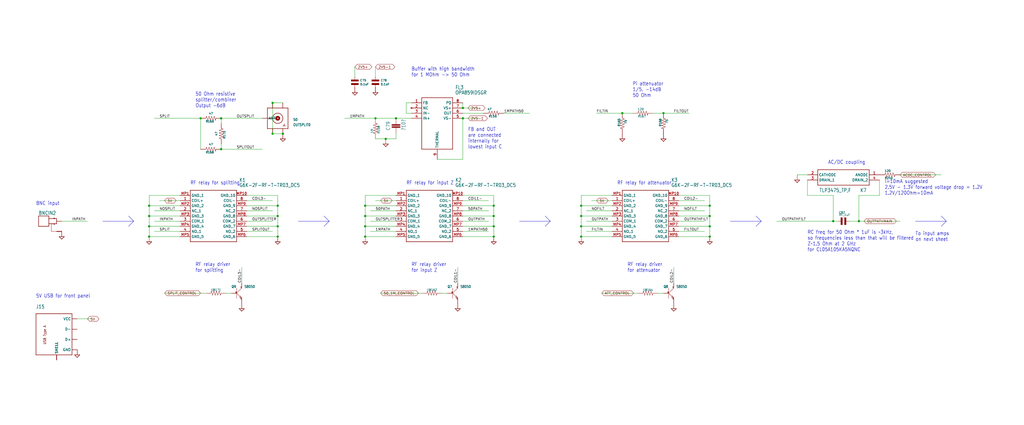
<source format=kicad_sch>
(kicad_sch (version 20250114) (generator "eeschema") (generator_version "9.0")
  (paper "User" 505.739 210.007)
  (lib_symbols
    (symbol "haasoscope_pro_adc_fpga_board-eagle-import:C-EUC0805"
      (property "Reference" "C" (at 1.524 0.381 0))
      (symbol "C-EUC0805_1_0"
        (rectangle (start -2.032 -1.016) (end 2.032 -0.508) (fill (type outline)))
        (rectangle (start -2.032 -2.032) (end 2.032 -1.524) (fill (type outline)))
        (polyline (pts (xy 0 0) (xy 0 -0.508)) (stroke (width 0.1524)))
        (polyline (pts (xy 0 -2.54) (xy 0 -2.032)) (stroke (width 0.1524)))
        (pin passive line (at 0 2.54 270) (length 2.54) (name "1") (number "1"))
        (pin passive line (at 0 -5.08 90) (length 2.54) (name "2") (number "2"))
      )
    )
    (symbol "haasoscope_pro_adc_fpga_board-eagle-import:CAPACITOR_NP_0402"
      (property "Reference" "C" (at 2.54 1.524 0))
      (symbol "CAPACITOR_NP_0402_1_0"
        (rectangle (start -1.778 0.508) (end 1.778 1.27) (fill (type outline)))
        (rectangle (start -1.778 -1.27) (end 1.778 -0.508) (fill (type outline)))
        (polyline (pts (xy 0 2.54) (xy 0 1.016)) (stroke (width 0.1524)))
        (polyline (pts (xy 0 -2.54) (xy 0 -1.016)) (stroke (width 0.1524)))
        (pin passive line (at 0 2.54 270) (length 0) (name "P$1") (number "P$1"))
        (pin passive line (at 0 -2.54 90) (length 0) (name "P$2") (number "P$2"))
      )
    )
    (symbol "haasoscope_pro_adc_fpga_board-eagle-import:G6K-2F-RF-T-TR03_DC5"
      (property "Reference" "K" (at 29.21 7.62 0))
      (symbol "G6K-2F-RF-T-TR03_DC5_1_0"
        (polyline (pts (xy 5.08 2.54) (xy 5.08 -22.86)) (stroke (width 0.254)))
        (polyline (pts (xy 5.08 2.54) (xy 27.94 2.54)) (stroke (width 0.254)))
        (polyline (pts (xy 27.94 -22.86) (xy 5.08 -22.86)) (stroke (width 0.254)))
        (polyline (pts (xy 27.94 -22.86) (xy 27.94 2.54)) (stroke (width 0.254)))
        (pin bidirectional line (at 0 0 0) (length 5.08) (name "GND_1") (number "MP1"))
        (pin bidirectional line (at 0 -2.54 0) (length 5.08) (name "COIL+") (number "1"))
        (pin bidirectional line (at 0 -5.08 0) (length 5.08) (name "GND_2") (number "MP2"))
        (pin bidirectional line (at 0 -7.62 0) (length 5.08) (name "NC_1") (number "2"))
        (pin bidirectional line (at 0 -10.16 0) (length 5.08) (name "GND_3") (number "MP3"))
        (pin bidirectional line (at 0 -12.7 0) (length 5.08) (name "COM_1") (number "3"))
        (pin bidirectional line (at 0 -15.24 0) (length 5.08) (name "GND_4") (number "MP4"))
        (pin bidirectional line (at 0 -17.78 0) (length 5.08) (name "NO_1") (number "4"))
        (pin bidirectional line (at 0 -20.32 0) (length 5.08) (name "GND_5") (number "MP5"))
        (pin bidirectional line (at 33.02 0 180) (length 5.08) (name "GND_10") (number "MP10"))
        (pin bidirectional line (at 33.02 -2.54 180) (length 5.08) (name "COIL-") (number "8"))
        (pin bidirectional line (at 33.02 -5.08 180) (length 5.08) (name "GND_9") (number "MP9"))
        (pin bidirectional line (at 33.02 -7.62 180) (length 5.08) (name "NC_2") (number "7"))
        (pin bidirectional line (at 33.02 -10.16 180) (length 5.08) (name "GND_8") (number "MP8"))
        (pin bidirectional line (at 33.02 -12.7 180) (length 5.08) (name "COM_2") (number "6"))
        (pin bidirectional line (at 33.02 -15.24 180) (length 5.08) (name "GND_7") (number "MP7"))
        (pin bidirectional line (at 33.02 -17.78 180) (length 5.08) (name "NO_2") (number "5"))
        (pin bidirectional line (at 33.02 -20.32 180) (length 5.08) (name "GND_6") (number "MP6"))
      )
    )
    (symbol "haasoscope_pro_adc_fpga_board-eagle-import:MF_Passives_RESISTOR_0402"
      (property "Reference" "R" (at 2.54 1.524 0))
      (symbol "MF_Passives_RESISTOR_0402_1_0"
        (polyline (pts (xy -1.016 1.524) (xy 1.016 0.889)) (stroke (width 0.1524)))
        (polyline (pts (xy -1.016 0.254) (xy 1.016 -0.381)) (stroke (width 0.1524)))
        (polyline (pts (xy -1.016 -1.016) (xy 1.016 -1.651)) (stroke (width 0.1524)))
        (polyline (pts (xy -1.016 -2.286) (xy 0 -2.54)) (stroke (width 0.1524)))
        (polyline (pts (xy 0 2.54) (xy 1.016 2.159)) (stroke (width 0.1524)))
        (polyline (pts (xy 1.016 2.159) (xy -1.016 1.524)) (stroke (width 0.1524)))
        (polyline (pts (xy 1.016 0.889) (xy -1.016 0.254)) (stroke (width 0.1524)))
        (polyline (pts (xy 1.016 -0.381) (xy -1.016 -1.016)) (stroke (width 0.1524)))
        (polyline (pts (xy 1.016 -1.651) (xy -1.016 -2.286)) (stroke (width 0.1524)))
        (pin passive line (at 0 5.08 270) (length 2.54) (name "P$1") (number "P$1"))
        (pin passive line (at 0 -5.08 90) (length 2.54) (name "P$2") (number "P$2"))
      )
    )
    (symbol "haasoscope_pro_adc_fpga_board-eagle-import:MOLEX_BNC_73100-0105"
      (property "Reference" "J" (at -3.81 3.048 0))
      (symbol "MOLEX_BNC_73100-0105_1_0"
        (polyline (pts (xy -3.81 2.54) (xy -3.81 -2.54)) (stroke (width 0.254)))
        (polyline (pts (xy -3.81 -2.54) (xy 1.27 -2.54)) (stroke (width 0.254)))
        (polyline (pts (xy 1.27 2.54) (xy -3.81 2.54)) (stroke (width 0.254)))
        (polyline (pts (xy 1.27 1.27) (xy 1.27 2.54)) (stroke (width 0.254)))
        (polyline (pts (xy 1.27 1.27) (xy 1.27 -1.27)) (stroke (width 0.254)))
        (polyline (pts (xy 1.27 -1.27) (xy 2.54 -1.27)) (stroke (width 0.254)))
        (polyline (pts (xy 1.27 -2.54) (xy 1.27 -1.27)) (stroke (width 0.254)))
        (polyline (pts (xy 2.54 -1.27) (xy 3.81 -1.27)) (stroke (width 0.254)))
        (polyline (pts (xy 2.54 -5.08) (xy 2.54 -1.27)) (stroke (width 0.1524)))
        (polyline (pts (xy 3.81 1.524) (xy 4.064 1.524)) (stroke (width 0.254)))
        (polyline (pts (xy 3.81 1.27) (xy 1.27 1.27)) (stroke (width 0.254)))
        (polyline (pts (xy 3.81 1.27) (xy 3.81 1.524)) (stroke (width 0.254)))
        (polyline (pts (xy 3.81 -1.27) (xy 3.81 -1.524)) (stroke (width 0.254)))
        (polyline (pts (xy 3.81 -1.27) (xy 4.064 -1.27)) (stroke (width 0.254)))
        (polyline (pts (xy 3.81 -1.524) (xy 4.064 -1.524)) (stroke (width 0.254)))
        (polyline (pts (xy 4.064 1.524) (xy 4.064 1.27)) (stroke (width 0.254)))
        (polyline (pts (xy 4.064 1.27) (xy 3.81 1.27)) (stroke (width 0.254)))
        (polyline (pts (xy 4.064 -1.27) (xy 5.08 -1.27)) (stroke (width 0.254)))
        (polyline (pts (xy 4.064 -1.524) (xy 4.064 -1.27)) (stroke (width 0.254)))
        (polyline (pts (xy 5.08 1.27) (xy 4.064 1.27)) (stroke (width 0.254)))
        (polyline (pts (xy 5.08 -1.27) (xy 5.08 1.27)) (stroke (width 0.254)))
        (polyline (pts (xy 5.08 -5.08) (xy 2.54 -5.08)) (stroke (width 0.1524)))
        (pin bidirectional line (at 7.62 0 180) (length 2.54) (name "SIGNAL") (number "SIGNAL"))
        (pin bidirectional line (at 7.62 -5.08 180) (length 2.54) (name "GND") (number "GND1"))
        (pin bidirectional line (at 7.62 -5.08 180) (length 2.54) (name "GND") (number "GND2"))
      )
    )
    (symbol "haasoscope_pro_adc_fpga_board-eagle-import:OPA859IDSGR"
      (property "Reference" "FL" (at 21.59 7.62 0))
      (symbol "OPA859IDSGR_1_0"
        (polyline (pts (xy 5.08 2.54) (xy 5.08 -22.86)) (stroke (width 0.254)))
        (polyline (pts (xy 5.08 2.54) (xy 20.32 2.54)) (stroke (width 0.254)))
        (polyline (pts (xy 20.32 -22.86) (xy 5.08 -22.86)) (stroke (width 0.254)))
        (polyline (pts (xy 20.32 -22.86) (xy 20.32 2.54)) (stroke (width 0.254)))
        (pin input line (at 0 0 0) (length 5.08) (name "FB") (number "1"))
        (pin no_connect line (at 0 -2.54 0) (length 5.08) (name "NC") (number "2"))
        (pin input line (at 0 -5.08 0) (length 5.08) (name "IN-") (number "3"))
        (pin input line (at 0 -7.62 0) (length 5.08) (name "IN+") (number "4"))
        (pin bidirectional line (at 12.7 -27.94 90) (length 5.08) (name "THERMAL") (number "9"))
        (pin input line (at 25.4 0 180) (length 5.08) (name "PD") (number "8"))
        (pin power_in line (at 25.4 -2.54 180) (length 5.08) (name "VS+") (number "7"))
        (pin output line (at 25.4 -5.08 180) (length 5.08) (name "OUT") (number "6"))
        (pin power_in line (at 25.4 -7.62 180) (length 5.08) (name "VS-") (number "5"))
      )
    )
    (symbol "haasoscope_pro_adc_fpga_board-eagle-import:SMACONNECTOR_EDGE"
      (property "Reference" "X" (at 7.62 2.54 0))
      (symbol "SMACONNECTOR_EDGE_1_0"
        (polyline (pts (xy -5.08 5.08) (xy 5.08 5.08)) (stroke (width 0.254)))
        (polyline (pts (xy -5.08 0) (xy -5.08 5.08)) (stroke (width 0.254)))
        (polyline (pts (xy -5.08 0) (xy 0 0)) (stroke (width 0.254)))
        (polyline (pts (xy -5.08 -5.08) (xy -5.08 0)) (stroke (width 0.254)))
        (circle (center 0 0) (radius 0.3592) (stroke (width 0.8128)))
        (circle (center 0 0) (radius 2.54) (stroke (width 0.254)))
        (polyline (pts (xy 2.54 3.81) (xy 3.175 3.81)) (stroke (width 0.127)))
        (polyline (pts (xy 3.175 3.81) (xy 3.175 2.54)) (stroke (width 0.127)))
        (polyline (pts (xy 3.175 3.81) (xy 3.81 3.81)) (stroke (width 0.127)))
        (polyline (pts (xy 3.175 3.175) (xy 2.54 3.81)) (stroke (width 0.127)))
        (polyline (pts (xy 3.81 3.81) (xy 3.175 3.175)) (stroke (width 0.127)))
        (polyline (pts (xy 5.08 5.08) (xy 5.08 -5.08)) (stroke (width 0.254)))
        (polyline (pts (xy 5.08 -5.08) (xy -5.08 -5.08)) (stroke (width 0.254)))
        (pin bidirectional line (at -7.62 0 0) (length 2.54) (name "ANT") (number "P"))
        (pin power_in line (at -2.54 7.62 270) (length 2.54) (name "GND1") (number "GND@4"))
        (pin power_in line (at -2.54 -7.62 90) (length 2.54) (name "GND3") (number "GND@2"))
        (pin power_in line (at 2.54 7.62 270) (length 2.54) (name "GND2") (number "GND@3"))
        (pin power_in line (at 2.54 -7.62 90) (length 2.54) (name "GND4") (number "GND@1"))
      )
    )
    (symbol "haasoscope_pro_adc_fpga_board-eagle-import:SMD-TRANSISTORS-NPN-25V-500MW-S8050(SOT-23)"
      (property "Reference" "Q" (at -2.54 2.54 0))
      (symbol "SMD-TRANSISTORS-NPN-25V-500MW-S8050(SOT-23)_1_0"
        (polyline (pts (xy 0 0) (xy 0 2.54)) (stroke (width 0.1524)))
        (polyline (pts (xy 0 0) (xy 2.54 2.54)) (stroke (width 0.1524)))
        (polyline (pts (xy 0 0) (xy 2.54 -2.54)) (stroke (width 0.1524)))
        (polyline (pts (xy 0 -2.54) (xy 0 0)) (stroke (width 0.1524)))
        (polyline (pts (xy 2.54 -2.54) (xy 1.27 -1.905)) (stroke (width 0.1524)))
        (polyline (pts (xy 2.54 -2.54) (xy 1.905 -1.27)) (stroke (width 0.1524)))
        (text "B" (at -0.635 0 0) (effects (font (size 0.635 0.5397)) (justify left bottom)))
        (text "C" (at 1.905 2.54 0) (effects (font (size 0.635 0.5397)) (justify left bottom)))
        (text "E" (at 1.905 -3.175 0) (effects (font (size 0.635 0.5397)) (justify left bottom)))
        (pin passive line (at -2.54 0 0) (length 2.54) (name "B") (number "1"))
        (pin passive line (at 2.54 5.08 270) (length 2.54) (name "C") (number "3"))
        (pin passive line (at 2.54 -5.08 90) (length 2.54) (name "E") (number "2"))
      )
    )
    (symbol "haasoscope_pro_adc_fpga_board-eagle-import:TLP3475_TP,F"
      (property "Reference" "K" (at 31.75 7.62 0))
      (symbol "TLP3475_TP,F_1_0"
        (polyline (pts (xy 5.08 2.54) (xy 5.08 -5.08)) (stroke (width 0.254)))
        (polyline (pts (xy 5.08 2.54) (xy 30.48 2.54)) (stroke (width 0.254)))
        (polyline (pts (xy 30.48 -5.08) (xy 5.08 -5.08)) (stroke (width 0.254)))
        (polyline (pts (xy 30.48 -5.08) (xy 30.48 2.54)) (stroke (width 0.254)))
        (pin bidirectional line (at 0 0 0) (length 5.08) (name "DRAIN_2") (number "4"))
        (pin bidirectional line (at 0 -2.54 0) (length 5.08) (name "ANODE") (number "1"))
        (pin bidirectional line (at 35.56 0 180) (length 5.08) (name "DRAIN_1") (number "3"))
        (pin bidirectional line (at 35.56 -2.54 180) (length 5.08) (name "CATHODE") (number "2"))
      )
    )
    (symbol "haasoscope_pro_adc_fpga_board-eagle-import:USB-TYPE-ATHT-RA"
      (symbol "USB-TYPE-ATHT-RA_1_0"
        (polyline (pts (xy -12.7 10.16) (xy -12.7 -10.16)) (stroke (width 0.254)))
        (polyline (pts (xy -12.7 -10.16) (xy 5.08 -10.16)) (stroke (width 0.254)))
        (polyline (pts (xy 5.08 10.16) (xy -12.7 10.16)) (stroke (width 0.254)))
        (polyline (pts (xy 5.08 -10.16) (xy 5.08 10.16)) (stroke (width 0.254)))
        (text "USB Type A" (at -7.62 -5.08 900) (effects (font (size 1.27 1.0795)) (justify left bottom)))
        (pin bidirectional line (at -2.54 -12.7 90) (length 2.54) (name "SHELL") (number "S$1"))
        (pin bidirectional line (at -2.54 -12.7 90) (length 2.54) (name "SHELL") (number "S$2"))
        (pin power_in line (at 7.62 7.62 180) (length 2.54) (name "VCC") (number "P$1"))
        (pin bidirectional line (at 7.62 2.54 180) (length 2.54) (name "D-") (number "P$2"))
        (pin bidirectional line (at 7.62 -2.54 180) (length 2.54) (name "D+") (number "P$3"))
        (pin power_in line (at 7.62 -7.62 180) (length 2.54) (name "GND") (number "P$4"))
      )
    )
    (symbol "haasoscope_pro_adc_fpga_board-eagle-import:supply2_GND" (power)
      (symbol "supply2_GND_1_0"
        (polyline (pts (xy -1.27 0) (xy 1.27 0)) (stroke (width 0.254)))
        (polyline (pts (xy 0 -1.27) (xy -1.27 0)) (stroke (width 0.254)))
        (polyline (pts (xy 1.27 0) (xy 0 -1.27)) (stroke (width 0.254)))
        (pin power_in line (at 0 2.54 270) (length 2.54) (name "GND") (number "1"))
      )
    )
  )
  (text "I=10mA suggested\n2.5V - 1.3V forward voltage drop = 1.2V\n1.2V/120Ohm=10mA" (at 436.88 96.52 0) (effects (font (size 1.778 1.5113)) (justify left bottom)))
  (text "FB and OUT\nare connected\ninternally for\nlowest input C" (at 231.14 73.66 0) (effects (font (size 1.778 1.5113)) (justify left bottom)))
  (text "RF relay for input Z" (at 200.66 91.44 0) (effects (font (size 1.778 1.5113)) (justify left bottom)))
  (text "BNC input" (at 17.78 101.6 0) (effects (font (size 1.778 1.5113)) (justify left bottom)))
  (text "RF relay for attenuator" (at 304.8 91.44 0) (effects (font (size 1.778 1.5113)) (justify left bottom)))
  (text "To input amps\non next sheet" (at 452.12 119.38 0) (effects (font (size 1.778 1.5113)) (justify left bottom)))
  (text "RC freq for 50 Ohm * 1uF is ~3kHz,\nso frequencies less than that will be filtered\nZ~1.5 Ohm at 2 GHz\nfor CL05A105KA5NQNC" (at 398.78 124.46 0) (effects (font (size 1.778 1.5113)) (justify left bottom)))
  (text "RF relay driver\nfor input Z" (at 203.2 134.62 0) (effects (font (size 1.778 1.5113)) (justify left bottom)))
  (text "RF relay driver\nfor splitting" (at 96.52 134.62 0) (effects (font (size 1.778 1.5113)) (justify left bottom)))
  (text "50 Ohm resistive\nsplitter/combiner\nOutput -6dB" (at 96.52 53.34 0) (effects (font (size 1.778 1.5113)) (justify left bottom)))
  (text "RF relay driver\nfor attenuator" (at 309.88 134.62 0) (effects (font (size 1.778 1.5113)) (justify left bottom)))
  (text "Buffer with high bandwidth\nfor 1 MOhm -> 50 Ohm" (at 203.2 38.1 0) (effects (font (size 1.778 1.5113)) (justify left bottom)))
  (text "RF relay for splitting" (at 93.98 91.44 0) (effects (font (size 1.778 1.5113)) (justify left bottom)))
  (text "Pi attenuator\n1/5, -14dB\n50 Ohm" (at 312.42 48.26 0) (effects (font (size 1.778 1.5113)) (justify left bottom)))
  (text "AC/DC coupling" (at 408.94 81.28 0) (effects (font (size 1.778 1.5113)) (justify left bottom)))
  (text "5V USB for front panel" (at 17.78 147.32 0) (effects (font (size 1.778 1.5113)) (justify left bottom)))
  (junction (at 185.42 58.42))
  (junction (at 137.16 106.68))
  (junction (at 228.6 58.42))
  (junction (at 137.16 101.6))
  (junction (at 195.58 58.42))
  (junction (at 109.22 58.42))
  (junction (at 287.02 111.76))
  (junction (at 137.16 111.76))
  (junction (at 287.02 116.84))
  (junction (at 350.52 106.68))
  (junction (at 350.52 116.84))
  (junction (at 287.02 101.6))
  (junction (at 180.34 106.68))
  (junction (at 424.18 109.22))
  (junction (at 73.66 111.76))
  (junction (at 73.66 106.68))
  (junction (at 73.66 101.6))
  (junction (at 99.06 58.42))
  (junction (at 243.84 116.84))
  (junction (at 287.02 106.68))
  (junction (at 243.84 111.76))
  (junction (at 109.22 73.66))
  (junction (at 134.62 50.8))
  (junction (at 139.7 66.04))
  (junction (at 180.34 116.84))
  (junction (at 134.62 66.04))
  (junction (at 228.6 53.34))
  (junction (at 190.5 68.58))
  (junction (at 350.52 101.6))
  (junction (at 243.84 106.68))
  (junction (at 243.84 101.6))
  (junction (at 307.34 55.88))
  (junction (at 73.66 116.84))
  (junction (at 327.66 55.88))
  (junction (at 180.34 101.6))
  (junction (at 411.48 109.22))
  (junction (at 137.16 116.84))
  (junction (at 350.52 111.76))
  (junction (at 180.34 111.76))
  (wire (pts (xy 302.26 104.14) (xy 289.56 104.14)) (stroke (width 0.1524)))
  (wire (pts (xy 434.34 96.52) (xy 434.34 88.9)) (stroke (width 0.1524)))
  (wire (pts (xy 137.16 101.6) (xy 121.92 101.6)) (stroke (width 0.1524)))
  (wire (pts (xy 424.18 109.22) (xy 444.5 109.22)) (stroke (width 0.1524)))
  (wire (pts (xy 332.74 139.7) (xy 332.74 132.08)) (stroke (width 0.1524)))
  (wire (pts (xy 325.12 144.78) (xy 327.66 144.78)) (stroke (width 0.1524)))
  (wire (pts (xy 137.16 106.68) (xy 137.16 101.6)) (stroke (width 0.1524)))
  (wire (pts (xy 73.66 116.84) (xy 73.66 111.76)) (stroke (width 0.1524)))
  (wire (pts (xy 195.58 101.6) (xy 180.34 101.6)) (stroke (width 0.1524)))
  (wire (pts (xy 200.66 50.8) (xy 200.66 55.88)) (stroke (width 0.1524)))
  (wire (pts (xy 88.9 101.6) (xy 73.66 101.6)) (stroke (width 0.1524)))
  (wire (pts (xy 73.66 111.76) (xy 88.9 111.76)) (stroke (width 0.1524)))
  (wire (pts (xy 424.18 109.22) (xy 424.18 96.52)) (stroke (width 0.1524)))
  (wire (pts (xy 73.66 111.76) (xy 73.66 106.68)) (stroke (width 0.1524)))
  (wire (pts (xy 137.16 111.76) (xy 137.16 116.84)) (stroke (width 0.1524)))
  (wire (pts (xy 226.06 139.7) (xy 226.06 132.08)) (stroke (width 0.1524)))
  (wire (pts (xy 111.76 144.78) (xy 114.3 144.78)) (stroke (width 0.1524)))
  (wire (pts (xy 195.58 68.58) (xy 190.5 68.58)) (stroke (width 0.1524)))
  (wire (pts (xy 119.38 139.7) (xy 119.38 132.08)) (stroke (width 0.1524)))
  (wire (pts (xy 350.52 111.76) (xy 350.52 116.84)) (stroke (width 0.1524)))
  (wire (pts (xy 208.28 144.78) (xy 187.96 144.78)) (stroke (width 0.1524)))
  (wire (pts (xy 73.66 106.68) (xy 88.9 106.68)) (stroke (width 0.1524)))
  (polyline (pts (xy 452.12 109.22) (xy 467.36 109.22)) (stroke (width 0.1524) (type solid)))
  (wire (pts (xy 109.22 60.96) (xy 109.22 58.42)) (stroke (width 0.1524)))
  (wire (pts (xy 419.1 109.22) (xy 424.18 109.22)) (stroke (width 0.1524)))
  (wire (pts (xy 215.9 78.74) (xy 228.6 78.74)) (stroke (width 0.1524)))
  (wire (pts (xy 411.48 109.22) (xy 411.48 96.52)) (stroke (width 0.1524)))
  (wire (pts (xy 335.28 99.06) (xy 347.98 99.06)) (stroke (width 0.1524)))
  (wire (pts (xy 243.84 106.68) (xy 243.84 111.76)) (stroke (width 0.1524)))
  (wire (pts (xy 99.06 58.42) (xy 99.06 73.66)) (stroke (width 0.1524)))
  (wire (pts (xy 218.44 144.78) (xy 220.98 144.78)) (stroke (width 0.1524)))
  (wire (pts (xy 335.28 111.76) (xy 350.52 111.76)) (stroke (width 0.1524)))
  (wire (pts (xy 287.02 96.52) (xy 287.02 101.6)) (stroke (width 0.1524)))
  (wire (pts (xy 335.28 114.3) (xy 347.98 114.3)) (stroke (width 0.1524)))
  (wire (pts (xy 200.66 55.88) (xy 203.2 55.88)) (stroke (width 0.1524)))
  (wire (pts (xy 88.9 109.22) (xy 76.2 109.22)) (stroke (width 0.1524)))
  (wire (pts (xy 312.42 55.88) (xy 307.34 55.88)) (stroke (width 0.1524)))
  (wire (pts (xy 243.84 96.52) (xy 228.6 96.52)) (stroke (width 0.1524)))
  (wire (pts (xy 180.34 96.52) (xy 180.34 101.6)) (stroke (width 0.1524)))
  (wire (pts (xy 335.28 106.68) (xy 350.52 106.68)) (stroke (width 0.1524)))
  (wire (pts (xy 243.84 111.76) (xy 243.84 116.84)) (stroke (width 0.1524)))
  (polyline (pts (xy 375.92 109.22) (xy 373.38 111.76)) (stroke (width 0.1524) (type solid)))
  (wire (pts (xy 195.58 96.52) (xy 180.34 96.52)) (stroke (width 0.1524)))
  (wire (pts (xy 236.22 58.42) (xy 228.6 58.42)) (stroke (width 0.1524)))
  (polyline (pts (xy 160.02 106.68) (xy 162.56 109.22)) (stroke (width 0.1524) (type solid)))
  (wire (pts (xy 99.06 58.42) (xy 76.2 58.42)) (stroke (width 0.1524)))
  (wire (pts (xy 302.26 99.06) (xy 292.1 99.06)) (stroke (width 0.1524)))
  (wire (pts (xy 411.48 96.52) (xy 398.78 96.52)) (stroke (width 0.1524)))
  (wire (pts (xy 129.54 58.42) (xy 109.22 58.42)) (stroke (width 0.1524)))
  (wire (pts (xy 88.9 114.3) (xy 76.2 114.3)) (stroke (width 0.1524)))
  (wire (pts (xy 203.2 58.42) (xy 195.58 58.42)) (stroke (width 0.1524)))
  (wire (pts (xy 335.28 116.84) (xy 350.52 116.84)) (stroke (width 0.1524)))
  (wire (pts (xy 228.6 55.88) (xy 238.76 55.88)) (stroke (width 0.1524)))
  (wire (pts (xy 464.82 86.36) (xy 444.5 86.36)) (stroke (width 0.1524)))
  (polyline (pts (xy 66.04 109.22) (xy 63.5 111.76)) (stroke (width 0.1524) (type solid)))
  (wire (pts (xy 228.6 111.76) (xy 243.84 111.76)) (stroke (width 0.1524)))
  (wire (pts (xy 228.6 116.84) (xy 243.84 116.84)) (stroke (width 0.1524)))
  (wire (pts (xy 350.52 106.68) (xy 350.52 111.76)) (stroke (width 0.1524)))
  (polyline (pts (xy 464.82 106.68) (xy 467.36 109.22)) (stroke (width 0.1524) (type solid)))
  (wire (pts (xy 134.62 50.8) (xy 139.7 50.8)) (stroke (width 0.1524)))
  (wire (pts (xy 335.28 109.22) (xy 347.98 109.22)) (stroke (width 0.1524)))
  (wire (pts (xy 307.34 55.88) (xy 294.64 55.88)) (stroke (width 0.1524)))
  (wire (pts (xy 228.6 106.68) (xy 243.84 106.68)) (stroke (width 0.1524)))
  (wire (pts (xy 121.92 111.76) (xy 137.16 111.76)) (stroke (width 0.1524)))
  (wire (pts (xy 185.42 58.42) (xy 195.58 58.42)) (stroke (width 0.1524)))
  (wire (pts (xy 350.52 101.6) (xy 350.52 96.52)) (stroke (width 0.1524)))
  (wire (pts (xy 175.26 38.1) (xy 175.26 33.02)) (stroke (width 0.1524)))
  (wire (pts (xy 73.66 96.52) (xy 73.66 101.6)) (stroke (width 0.1524)))
  (polyline (pts (xy 373.38 106.68) (xy 375.92 109.22)) (stroke (width 0.1524) (type solid)))
  (polyline (pts (xy 162.56 109.22) (xy 160.02 111.76)) (stroke (width 0.1524) (type solid)))
  (wire (pts (xy 322.58 55.88) (xy 327.66 55.88)) (stroke (width 0.1524)))
  (wire (pts (xy 335.28 104.14) (xy 347.98 104.14)) (stroke (width 0.1524)))
  (wire (pts (xy 327.66 55.88) (xy 340.36 55.88)) (stroke (width 0.1524)))
  (wire (pts (xy 287.02 101.6) (xy 287.02 106.68)) (stroke (width 0.1524)))
  (wire (pts (xy 228.6 78.74) (xy 228.6 58.42)) (stroke (width 0.1524)))
  (wire (pts (xy 350.52 96.52) (xy 335.28 96.52)) (stroke (width 0.1524)))
  (wire (pts (xy 228.6 114.3) (xy 241.3 114.3)) (stroke (width 0.1524)))
  (wire (pts (xy 121.92 116.84) (xy 137.16 116.84)) (stroke (width 0.1524)))
  (wire (pts (xy 287.02 106.68) (xy 302.26 106.68)) (stroke (width 0.1524)))
  (wire (pts (xy 190.5 68.58) (xy 185.42 68.58)) (stroke (width 0.1524)))
  (wire (pts (xy 414.02 109.22) (xy 411.48 109.22)) (stroke (width 0.1524)))
  (wire (pts (xy 302.26 114.3) (xy 289.56 114.3)) (stroke (width 0.1524)))
  (wire (pts (xy 195.58 114.3) (xy 182.88 114.3)) (stroke (width 0.1524)))
  (wire (pts (xy 180.34 116.84) (xy 180.34 111.76)) (stroke (width 0.1524)))
  (polyline (pts (xy 271.78 109.22) (xy 269.24 111.76)) (stroke (width 0.1524) (type solid)))
  (wire (pts (xy 121.92 104.14) (xy 134.62 104.14)) (stroke (width 0.1524)))
  (wire (pts (xy 228.6 53.34) (xy 236.22 53.34)) (stroke (width 0.1524)))
  (wire (pts (xy 398.78 88.9) (xy 398.78 96.52)) (stroke (width 0.1524)))
  (wire (pts (xy 228.6 104.14) (xy 241.3 104.14)) (stroke (width 0.1524)))
  (wire (pts (xy 243.84 101.6) (xy 243.84 96.52)) (stroke (width 0.1524)))
  (wire (pts (xy 30.48 109.22) (xy 43.18 109.22)) (stroke (width 0.1524)))
  (wire (pts (xy 393.7 86.36) (xy 398.78 86.36)) (stroke (width 0.1524)))
  (wire (pts (xy 314.96 144.78) (xy 297.18 144.78)) (stroke (width 0.1524)))
  (wire (pts (xy 424.18 96.52) (xy 434.34 96.52)) (stroke (width 0.1524)))
  (polyline (pts (xy 256.54 109.22) (xy 271.78 109.22)) (stroke (width 0.1524) (type solid)))
  (polyline (pts (xy 360.68 109.22) (xy 375.92 109.22)) (stroke (width 0.1524) (type solid)))
  (wire (pts (xy 180.34 111.76) (xy 195.58 111.76)) (stroke (width 0.1524)))
  (wire (pts (xy 137.16 96.52) (xy 121.92 96.52)) (stroke (width 0.1524)))
  (wire (pts (xy 88.9 99.06) (xy 78.74 99.06)) (stroke (width 0.1524)))
  (wire (pts (xy 121.92 109.22) (xy 134.62 109.22)) (stroke (width 0.1524)))
  (wire (pts (xy 38.1 157.48) (xy 45.72 157.48)) (stroke (width 0.1524)))
  (wire (pts (xy 195.58 66.04) (xy 195.58 68.58)) (stroke (width 0.1524)))
  (polyline (pts (xy 269.24 106.68) (xy 271.78 109.22)) (stroke (width 0.1524) (type solid)))
  (wire (pts (xy 170.18 58.42) (xy 185.42 58.42)) (stroke (width 0.1524)))
  (wire (pts (xy 195.58 109.22) (xy 182.88 109.22)) (stroke (width 0.1524)))
  (wire (pts (xy 180.34 111.76) (xy 180.34 106.68)) (stroke (width 0.1524)))
  (wire (pts (xy 203.2 50.8) (xy 200.66 50.8)) (stroke (width 0.1524)))
  (polyline (pts (xy 467.36 109.22) (xy 464.82 111.76)) (stroke (width 0.1524) (type solid)))
  (wire (pts (xy 302.26 96.52) (xy 287.02 96.52)) (stroke (width 0.1524)))
  (wire (pts (xy 243.84 106.68) (xy 243.84 101.6)) (stroke (width 0.1524)))
  (wire (pts (xy 88.9 96.52) (xy 73.66 96.52)) (stroke (width 0.1524)))
  (wire (pts (xy 302.26 109.22) (xy 289.56 109.22)) (stroke (width 0.1524)))
  (wire (pts (xy 137.16 101.6) (xy 137.16 96.52)) (stroke (width 0.1524)))
  (wire (pts (xy 180.34 116.84) (xy 195.58 116.84)) (stroke (width 0.1524)))
  (polyline (pts (xy 147.32 109.22) (xy 162.56 109.22)) (stroke (width 0.1524) (type solid)))
  (wire (pts (xy 228.6 109.22) (xy 241.3 109.22)) (stroke (width 0.1524)))
  (wire (pts (xy 411.48 109.22) (xy 383.54 109.22)) (stroke (width 0.1524)))
  (wire (pts (xy 287.02 111.76) (xy 287.02 106.68)) (stroke (width 0.1524)))
  (polyline (pts (xy 50.8 109.22) (xy 66.04 109.22)) (stroke (width 0.1524) (type solid)))
  (wire (pts (xy 121.92 114.3) (xy 134.62 114.3)) (stroke (width 0.1524)))
  (wire (pts (xy 302.26 101.6) (xy 287.02 101.6)) (stroke (width 0.1524)))
  (wire (pts (xy 287.02 111.76) (xy 302.26 111.76)) (stroke (width 0.1524)))
  (wire (pts (xy 195.58 99.06) (xy 185.42 99.06)) (stroke (width 0.1524)))
  (wire (pts (xy 185.42 38.1) (xy 185.42 33.02)) (stroke (width 0.1524)))
  (wire (pts (xy 73.66 116.84) (xy 88.9 116.84)) (stroke (width 0.1524)))
  (wire (pts (xy 195.58 104.14) (xy 182.88 104.14)) (stroke (width 0.1524)))
  (wire (pts (xy 228.6 99.06) (xy 241.3 99.06)) (stroke (width 0.1524)))
  (wire (pts (xy 109.22 73.66) (xy 129.54 73.66)) (stroke (width 0.1524)))
  (wire (pts (xy 121.92 106.68) (xy 137.16 106.68)) (stroke (width 0.1524)))
  (polyline (pts (xy 63.5 106.68) (xy 66.04 109.22)) (stroke (width 0.1524) (type solid)))
  (wire (pts (xy 287.02 116.84) (xy 302.26 116.84)) (stroke (width 0.1524)))
  (wire (pts (xy 243.84 101.6) (xy 228.6 101.6)) (stroke (width 0.1524)))
  (wire (pts (xy 180.34 106.68) (xy 195.58 106.68)) (stroke (width 0.1524)))
  (wire (pts (xy 101.6 144.78) (xy 81.28 144.78)) (stroke (width 0.1524)))
  (wire (pts (xy 121.92 99.06) (xy 134.62 99.06)) (stroke (width 0.1524)))
  (wire (pts (xy 73.66 101.6) (xy 73.66 106.68)) (stroke (width 0.1524)))
  (wire (pts (xy 228.6 50.8) (xy 228.6 53.34)) (stroke (width 0.1524)))
  (wire (pts (xy 287.02 116.84) (xy 287.02 111.76)) (stroke (width 0.1524)))
  (wire (pts (xy 134.62 66.04) (xy 134.62 50.8)) (stroke (width 0.1524)))
  (wire (pts (xy 180.34 101.6) (xy 180.34 106.68)) (stroke (width 0.1524)))
  (wire (pts (xy 109.22 71.12) (xy 109.22 73.66)) (stroke (width 0.1524)))
  (wire (pts (xy 248.92 55.88) (xy 261.62 55.88)) (stroke (width 0.1524)))
  (wire (pts (xy 88.9 104.14) (xy 76.2 104.14)) (stroke (width 0.1524)))
  (wire (pts (xy 139.7 66.04) (xy 134.62 66.04)) (stroke (width 0.1524)))
  (wire (pts (xy 350.52 106.68) (xy 350.52 101.6)) (stroke (width 0.1524)))
  (wire (pts (xy 137.16 106.68) (xy 137.16 111.76)) (stroke (width 0.1524)))
  (wire (pts (xy 350.52 101.6) (xy 335.28 101.6)) (stroke (width 0.1524)))
  (label "COIL2-" (at 332.74 139.7 90) (effects (font (size 1.2446 1.2446))))
  (label "OUTPATH" (at 231.14 109.22 0) (effects (font (size 1.2446 1.2446))))
  (label "SPLIT" (at 78.74 114.3 0) (effects (font (size 1.2446 1.2446))))
  (label "1MPATH50" (at 248.92 55.88 0) (effects (font (size 1.2446 1.2446))))
  (label "50PATH" (at 185.42 104.14 0) (effects (font (size 1.2446 1.2446))))
  (label "50PATH" (at 231.14 104.14 0) (effects (font (size 1.2446 1.2446))))
  (label "NOFILT" (at 337.82 104.14 0) (effects (font (size 1.2446 1.2446))))
  (label "FILTIN" (at 294.64 55.88 0) (effects (font (size 1.2446 1.2446))))
  (label "1MPATH" (at 172.72 58.42 0) (effects (font (size 1.2446 1.2446))))
  (label "1MPATH" (at 185.42 114.3 0) (effects (font (size 1.2446 1.2446))))
  (label "FILTOUT" (at 337.82 114.3 0) (effects (font (size 1.2446 1.2446))))
  (label "1MPATH50" (at 231.14 114.3 0) (effects (font (size 1.2446 1.2446))))
  (label "OUTSPLITTER" (at 185.42 109.22 0) (effects (font (size 1.2446 1.2446))))
  (label "SPLITOUT" (at 124.46 114.3 0) (effects (font (size 1.2446 1.2446))))
  (label "COIL2-" (at 337.82 99.06 0) (effects (font (size 1.2446 1.2446))))
  (label "COIL3-" (at 124.46 99.06 0) (effects (font (size 1.2446 1.2446))))
  (label "OUTPATH" (at 292.1 109.22 0) (effects (font (size 1.2446 1.2446))))
  (label "COIL1-" (at 231.14 99.06 0) (effects (font (size 1.2446 1.2446))))
  (label "COIL3-" (at 119.38 139.7 90) (effects (font (size 1.2446 1.2446))))
  (label "INPATH" (at 35.56 109.22 0) (effects (font (size 1.2446 1.2446))))
  (label "FILTIN" (at 292.1 114.3 0) (effects (font (size 1.2446 1.2446))))
  (label "NOSPLIT" (at 124.46 104.14 0) (effects (font (size 1.2446 1.2446))))
  (label "NOFILT" (at 292.1 104.14 0) (effects (font (size 1.2446 1.2446))))
  (label "OUTSPLIT" (at 116.84 58.42 0) (effects (font (size 1.2446 1.2446))))
  (label "SPLIT" (at 78.74 58.42 0) (effects (font (size 1.2446 1.2446))))
  (label "COIL1-" (at 226.06 139.7 90) (effects (font (size 1.2446 1.2446))))
  (label "OUTPATHFILT" (at 386.08 109.22 0) (effects (font (size 1.2446 1.2446))))
  (label "OUTPATHFILT" (at 337.82 109.22 0) (effects (font (size 1.2446 1.2446))))
  (label "OUTSPLITTER" (at 124.46 109.22 0) (effects (font (size 1.2446 1.2446))))
  (label "INPATH" (at 78.74 109.22 0) (effects (font (size 1.2446 1.2446))))
  (label "SPLITOUT" (at 116.84 73.66 0) (effects (font (size 1.2446 1.2446))))
  (label "FILTOUT" (at 332.74 55.88 0) (effects (font (size 1.2446 1.2446))))
  (label "NOSPLIT" (at 78.74 104.14 0) (effects (font (size 1.2446 1.2446))))
  (global_label "5V" (shape bidirectional) (at 81.28 99.06 0) (effects (font (size 1.2446 1.2446))) (property "Intersheetrefs" "${INTERSHEET_REFS}" (effects (hide yes))))
  (global_label "5V" (shape bidirectional) (at 43.18 157.48 0) (effects (font (size 1.2446 1.2446))) (property "Intersheetrefs" "${INTERSHEET_REFS}" (effects (hide yes))))
  (global_label "5V" (shape bidirectional) (at 294.64 99.06 0) (effects (font (size 1.2446 1.2446))) (property "Intersheetrefs" "${INTERSHEET_REFS}" (effects (hide yes))))
  (global_label "2V5+" (shape bidirectional) (at 175.26 33.02 0) (effects (font (size 1.2446 1.2446))) (property "Intersheetrefs" "${INTERSHEET_REFS}" (effects (hide yes))))
  (global_label "2V5-1" (shape bidirectional) (at 185.42 33.02 0) (effects (font (size 1.2446 1.2446))) (property "Intersheetrefs" "${INTERSHEET_REFS}" (effects (hide yes))))
  (global_label "OUTPATHMAIN" (shape bidirectional) (at 426.72 109.22 0) (effects (font (size 1.2446 1.2446))) (property "Intersheetrefs" "${INTERSHEET_REFS}" (effects (hide yes))))
  (global_label "ATT_CONTROL" (shape bidirectional) (at 297.18 144.78 0) (effects (font (size 1.2446 1.2446))) (property "Intersheetrefs" "${INTERSHEET_REFS}" (effects (hide yes))))
  (global_label "ACDC_CONTROL" (shape bidirectional) (at 444.5 86.36 0) (effects (font (size 1.2446 1.2446))) (property "Intersheetrefs" "${INTERSHEET_REFS}" (effects (hide yes))))
  (global_label "50_1M_CONTROL" (shape bidirectional) (at 187.96 144.78 0) (effects (font (size 1.2446 1.2446))) (property "Intersheetrefs" "${INTERSHEET_REFS}" (effects (hide yes))))
  (global_label "2V5-1" (shape bidirectional) (at 231.14 58.42 0) (effects (font (size 1.2446 1.2446))) (property "Intersheetrefs" "${INTERSHEET_REFS}" (effects (hide yes))))
  (global_label "SPLIT_CONTROL" (shape bidirectional) (at 81.28 144.78 0) (effects (font (size 1.2446 1.2446))) (property "Intersheetrefs" "${INTERSHEET_REFS}" (effects (hide yes))))
  (global_label "2V5+" (shape bidirectional) (at 231.14 53.34 0) (effects (font (size 1.2446 1.2446))) (property "Intersheetrefs" "${INTERSHEET_REFS}" (effects (hide yes))))
  (global_label "5V" (shape bidirectional) (at 187.96 99.06 0) (effects (font (size 1.2446 1.2446))) (property "Intersheetrefs" "${INTERSHEET_REFS}" (effects (hide yes))))
  (symbol (lib_id "haasoscope_pro_adc_fpga_board-eagle-import:SMD-TRANSISTORS-NPN-25V-500MW-S8050(SOT-23)") (at 116.84 144.78 0) (unit 1)
    (property "Reference" "Q9" (at 114.3 142.24 0) (effects (font (size 1.27 1.0795)) (justify left bottom)))
    (property "Value" "S8050" (at 120.65 142.24 0) (effects (font (size 1.27 1.0795)) (justify left bottom)))
    (property "Footprint" "haasoscope_pro_adc_fpga_board:SOT-23" (effects (hide yes)))
    (property "LCSC" "C7420370" (effects (hide yes)))
  )
  (symbol (lib_id "haasoscope_pro_adc_fpga_board-eagle-import:MF_Passives_RESISTOR_0402") (at 185.42 63.5 180) (unit 1)
    (property "Reference" "R158" (at 186.436 66.04 90) (effects (font (size 1.016 1.016)) (justify right bottom)))
    (property "Value" "1M" (at 183.134 63.5 90) (effects (font (size 1.016 1.016)) (justify left bottom)))
    (property "Footprint" "haasoscope_pro_adc_fpga_board:R0402" (effects (hide yes)))
  )
  (symbol (lib_id "haasoscope_pro_adc_fpga_board-eagle-import:supply2_GND") (at 226.06 152.4 0) (unit 1)
    (property "Reference" "#SUPPLY089" (effects (hide yes)))
    (property "Value" "GND" (effects (hide yes)))
  )
  (symbol (lib_id "haasoscope_pro_adc_fpga_board-eagle-import:supply2_GND") (at 139.7 68.58 0) (unit 1)
    (property "Reference" "#SUPPLY06" (effects (hide yes)))
    (property "Value" "GND" (effects (hide yes)))
  )
  (symbol (lib_id "haasoscope_pro_adc_fpga_board-eagle-import:SMD-TRANSISTORS-NPN-25V-500MW-S8050(SOT-23)") (at 223.52 144.78 0) (unit 1)
    (property "Reference" "Q7" (at 220.98 142.24 0) (effects (font (size 1.27 1.0795)) (justify left bottom)))
    (property "Value" "S8050" (at 227.33 142.24 0) (effects (font (size 1.27 1.0795)) (justify left bottom)))
    (property "Footprint" "haasoscope_pro_adc_fpga_board:SOT-23" (effects (hide yes)))
    (property "LCSC" "C7420370" (effects (hide yes)))
  )
  (symbol (lib_id "haasoscope_pro_adc_fpga_board-eagle-import:G6K-2F-RF-T-TR03_DC5") (at 302.26 96.52 0) (unit 1)
    (property "Reference" "K3" (at 331.47 88.9 0) (effects (font (size 1.778 1.5113)) (justify left)))
    (property "Value" "G6K-2F-RF-T-TR03_DC5" (at 331.47 91.44 0) (effects (font (size 1.778 1.5113)) (justify left)))
    (property "Footprint" "haasoscope_pro_adc_fpga_board:G6K2FRFTTR03DC5" (effects (hide yes)))
  )
  (symbol (lib_id "haasoscope_pro_adc_fpga_board-eagle-import:MF_Passives_RESISTOR_0402") (at 320.04 144.78 270) (unit 1)
    (property "Reference" "R164" (at 322.58 143.764 90) (effects (font (size 1.016 1.016)) (justify right bottom)))
    (property "Value" "1k" (at 317.5 143.764 90) (effects (font (size 1.016 1.016)) (justify left bottom)))
    (property "Footprint" "haasoscope_pro_adc_fpga_board:R0402" (effects (hide yes)))
  )
  (symbol (lib_id "haasoscope_pro_adc_fpga_board-eagle-import:C-EUC0805") (at 195.58 63.5 180) (unit 1)
    (property "Reference" "C79" (at 192.659 64.516 90) (effects (font (size 1.778 1.5113)) (justify right top)))
    (property "Value" "?10?" (at 200.279 64.516 90) (effects (font (size 1.778 1.5113)) (justify right top)))
    (property "Footprint" "haasoscope_pro_adc_fpga_board:C0805" (effects (hide yes)))
  )
  (symbol (lib_id "haasoscope_pro_adc_fpga_board-eagle-import:USB-TYPE-ATHT-RA") (at 30.48 165.1 0) (unit 1)
    (property "Reference" "J15" (at 17.78 152.4 0) (effects (font (size 1.778 1.5113)) (justify left bottom)))
    (property "Value" "test1" (effects (hide yes)))
    (property "Footprint" "haasoscope_pro_adc_fpga_board:USB-2.0-A-THT-RA-TE_AMP-292303-1" (effects (hide yes)))
  )
  (symbol (lib_id "haasoscope_pro_adc_fpga_board-eagle-import:supply2_GND") (at 180.34 119.38 0) (unit 1)
    (property "Reference" "#SUPPLY011" (effects (hide yes)))
    (property "Value" "GND" (effects (hide yes)))
  )
  (symbol (lib_id "haasoscope_pro_adc_fpga_board-eagle-import:MF_Passives_RESISTOR_0402") (at 243.84 55.88 90) (unit 1)
    (property "Reference" "R159" (at 241.3 56.896 90) (effects (font (size 1.016 1.016)) (justify right bottom)))
    (property "Value" "47" (at 242.824 53.34 90) (effects (font (size 1.016 1.016)) (justify left bottom)))
    (property "Footprint" "haasoscope_pro_adc_fpga_board:R0402" (effects (hide yes)))
  )
  (symbol (lib_id "haasoscope_pro_adc_fpga_board-eagle-import:supply2_GND") (at 190.5 71.12 0) (mirror y) (unit 1)
    (property "Reference" "#SUPPLY084" (effects (hide yes)))
    (property "Value" "GND" (effects (hide yes)))
  )
  (symbol (lib_id "haasoscope_pro_adc_fpga_board-eagle-import:TLP3475_TP,F") (at 434.34 88.9 180) (unit 1)
    (property "Reference" "K7" (at 427.99 93.98 0) (effects (font (size 1.778 1.5113)) (justify left)))
    (property "Value" "TLP3475_TP,F" (at 420.37 93.98 0) (effects (font (size 1.778 1.5113)) (justify left)))
    (property "Footprint" "haasoscope_pro_adc_fpga_board:TLP3475TPF" (effects (hide yes)))
    (property "MANUFACTURER_PART_NUMBER" "TLP3475" (effects (hide yes)))
    (property "MOUSER_PART_NUMBER" "757-TLP3475" (effects (hide yes)))
  )
  (symbol (lib_id "haasoscope_pro_adc_fpga_board-eagle-import:MF_Passives_RESISTOR_0402") (at 439.42 86.36 90) (unit 1)
    (property "Reference" "R240" (at 436.88 87.376 90) (effects (font (size 1.016 1.016)) (justify right bottom)))
    (property "Value" "120" (at 439.928 83.82 90) (effects (font (size 1.016 1.016)) (justify left bottom)))
    (property "Footprint" "haasoscope_pro_adc_fpga_board:R0402" (effects (hide yes)))
  )
  (symbol (lib_id "haasoscope_pro_adc_fpga_board-eagle-import:CAPACITOR_NP_0402") (at 185.42 40.64 0) (unit 1)
    (property "Reference" "C78" (at 187.96 39.116 0) (effects (font (size 1.016 1.016)) (justify left top)))
    (property "Value" "0.1uF" (at 187.96 42.164 0) (effects (font (size 1.016 1.016)) (justify left bottom)))
    (property "Footprint" "haasoscope_pro_adc_fpga_board:C0402" (effects (hide yes)))
  )
  (symbol (lib_id "haasoscope_pro_adc_fpga_board-eagle-import:OPA859IDSGR") (at 203.2 50.8 0) (unit 1)
    (property "Reference" "FL3" (at 224.79 43.18 0) (effects (font (size 1.778 1.5113)) (justify left)))
    (property "Value" "OPA859IDSGR" (at 224.79 45.72 0) (effects (font (size 1.778 1.5113)) (justify left)))
    (property "Footprint" "haasoscope_pro_adc_fpga_board:SON50P200X200X80-9N" (effects (hide yes)))
  )
  (symbol (lib_id "haasoscope_pro_adc_fpga_board-eagle-import:MF_Passives_RESISTOR_0402") (at 109.22 66.04 180) (unit 1)
    (property "Reference" "R170" (at 110.236 68.58 90) (effects (font (size 1.016 1.016)) (justify right bottom)))
    (property "Value" "47" (at 107.442 67.056 90) (effects (font (size 1.016 1.016)) (justify right top)))
    (property "Footprint" "haasoscope_pro_adc_fpga_board:R0402" (effects (hide yes)))
  )
  (symbol (lib_id "haasoscope_pro_adc_fpga_board-eagle-import:G6K-2F-RF-T-TR03_DC5") (at 88.9 96.52 0) (unit 1)
    (property "Reference" "K1" (at 118.11 88.9 0) (effects (font (size 1.778 1.5113)) (justify left)))
    (property "Value" "G6K-2F-RF-T-TR03_DC5" (at 118.11 91.44 0) (effects (font (size 1.778 1.5113)) (justify left)))
    (property "Footprint" "haasoscope_pro_adc_fpga_board:G6K2FRFTTR03DC5" (effects (hide yes)))
  )
  (symbol (lib_id "haasoscope_pro_adc_fpga_board-eagle-import:SMACONNECTOR_EDGE") (at 137.16 58.42 0) (mirror x) (unit 1)
    (property "Reference" "OUTSPLIT0" (at 144.78 60.96 0) (effects (font (size 1.27 1.0795)) (justify left bottom)))
    (property "Value" "50" (at 144.78 58.42 0) (effects (font (size 1.27 1.0795)) (justify left bottom)))
    (property "Footprint" "haasoscope_pro_adc_fpga_board:SMA_EDGELAUNCH" (effects (hide yes)))
  )
  (symbol (lib_id "haasoscope_pro_adc_fpga_board-eagle-import:supply2_GND") (at 287.02 119.38 0) (unit 1)
    (property "Reference" "#SUPPLY013" (effects (hide yes)))
    (property "Value" "GND" (effects (hide yes)))
  )
  (symbol (lib_id "haasoscope_pro_adc_fpga_board-eagle-import:supply2_GND") (at 393.7 88.9 0) (mirror y) (unit 1)
    (property "Reference" "#SUPPLY020" (effects (hide yes)))
    (property "Value" "GND" (effects (hide yes)))
  )
  (symbol (lib_id "haasoscope_pro_adc_fpga_board-eagle-import:supply2_GND") (at 119.38 152.4 0) (unit 1)
    (property "Reference" "#SUPPLY099" (effects (hide yes)))
    (property "Value" "GND" (effects (hide yes)))
  )
  (symbol (lib_id "haasoscope_pro_adc_fpga_board-eagle-import:SMD-TRANSISTORS-NPN-25V-500MW-S8050(SOT-23)") (at 330.2 144.78 0) (unit 1)
    (property "Reference" "Q8" (at 327.66 142.24 0) (effects (font (size 1.27 1.0795)) (justify left bottom)))
    (property "Value" "S8050" (at 334.01 142.24 0) (effects (font (size 1.27 1.0795)) (justify left bottom)))
    (property "Footprint" "haasoscope_pro_adc_fpga_board:SOT-23" (effects (hide yes)))
    (property "LCSC" "C7420370" (effects (hide yes)))
  )
  (symbol (lib_id "haasoscope_pro_adc_fpga_board-eagle-import:supply2_GND") (at 185.42 45.72 0) (unit 1)
    (property "Reference" "#SUPPLY081" (effects (hide yes)))
    (property "Value" "GND" (effects (hide yes)))
  )
  (symbol (lib_id "haasoscope_pro_adc_fpga_board-eagle-import:MF_Passives_RESISTOR_0402") (at 213.36 144.78 270) (unit 1)
    (property "Reference" "R162" (at 215.9 143.764 90) (effects (font (size 1.016 1.016)) (justify right bottom)))
    (property "Value" "1k" (at 210.82 143.764 90) (effects (font (size 1.016 1.016)) (justify left bottom)))
    (property "Footprint" "haasoscope_pro_adc_fpga_board:R0402" (effects (hide yes)))
  )
  (symbol (lib_id "haasoscope_pro_adc_fpga_board-eagle-import:MF_Passives_RESISTOR_0402") (at 317.5 55.88 90) (unit 1)
    (property "Reference" "R167" (at 314.96 56.896 90) (effects (font (size 1.016 1.016)) (justify right bottom)))
    (property "Value" "120" (at 318.008 53.34 90) (effects (font (size 1.016 1.016)) (justify left bottom)))
    (property "Footprint" "haasoscope_pro_adc_fpga_board:R0402" (effects (hide yes)))
  )
  (symbol (lib_id "haasoscope_pro_adc_fpga_board-eagle-import:MF_Passives_RESISTOR_0402") (at 104.14 58.42 90) (unit 1)
    (property "Reference" "R169" (at 101.6 59.436 90) (effects (font (size 1.016 1.016)) (justify right bottom)))
    (property "Value" "47" (at 103.124 56.642 90) (effects (font (size 1.016 1.016)) (justify right top)))
    (property "Footprint" "haasoscope_pro_adc_fpga_board:R0402" (effects (hide yes)))
  )
  (symbol (lib_id "haasoscope_pro_adc_fpga_board-eagle-import:G6K-2F-RF-T-TR03_DC5") (at 195.58 96.52 0) (unit 1)
    (property "Reference" "K2" (at 224.79 88.9 0) (effects (font (size 1.778 1.5113)) (justify left)))
    (property "Value" "G6K-2F-RF-T-TR03_DC5" (at 224.79 91.44 0) (effects (font (size 1.778 1.5113)) (justify left)))
    (property "Footprint" "haasoscope_pro_adc_fpga_board:G6K2FRFTTR03DC5" (effects (hide yes)))
  )
  (symbol (lib_id "haasoscope_pro_adc_fpga_board-eagle-import:supply2_GND") (at 307.34 68.58 0) (unit 1)
    (property "Reference" "#SUPPLY096" (effects (hide yes)))
    (property "Value" "GND" (effects (hide yes)))
  )
  (symbol (lib_id "haasoscope_pro_adc_fpga_board-eagle-import:supply2_GND") (at 30.48 116.84 0) (mirror y) (unit 1)
    (property "Reference" "#SUPPLY085" (effects (hide yes)))
    (property "Value" "GND" (effects (hide yes)))
  )
  (symbol (lib_id "haasoscope_pro_adc_fpga_board-eagle-import:supply2_GND") (at 73.66 119.38 0) (unit 1)
    (property "Reference" "#SUPPLY09" (effects (hide yes)))
    (property "Value" "GND" (effects (hide yes)))
  )
  (symbol (lib_id "haasoscope_pro_adc_fpga_board-eagle-import:MF_Passives_RESISTOR_0402") (at 106.68 144.78 270) (unit 1)
    (property "Reference" "R171" (at 109.22 143.764 90) (effects (font (size 1.016 1.016)) (justify right bottom)))
    (property "Value" "1k" (at 104.14 143.764 90) (effects (font (size 1.016 1.016)) (justify left bottom)))
    (property "Footprint" "haasoscope_pro_adc_fpga_board:R0402" (effects (hide yes)))
  )
  (symbol (lib_id "haasoscope_pro_adc_fpga_board-eagle-import:supply2_GND") (at 175.26 45.72 0) (unit 1)
    (property "Reference" "#SUPPLY082" (effects (hide yes)))
    (property "Value" "GND" (effects (hide yes)))
  )
  (symbol (lib_id "haasoscope_pro_adc_fpga_board-eagle-import:MF_Passives_RESISTOR_0402") (at 307.34 60.96 0) (unit 1)
    (property "Reference" "R165" (at 306.324 58.42 90) (effects (font (size 1.016 1.016)) (justify right bottom)))
    (property "Value" "75" (at 309.626 61.214 90) (effects (font (size 1.016 1.016)) (justify left bottom)))
    (property "Footprint" "haasoscope_pro_adc_fpga_board:R0402" (effects (hide yes)))
  )
  (symbol (lib_id "haasoscope_pro_adc_fpga_board-eagle-import:supply2_GND") (at 38.1 175.26 0) (unit 1)
    (property "Reference" "#SUPPLY0108" (effects (hide yes)))
    (property "Value" "GND" (effects (hide yes)))
  )
  (symbol (lib_id "haasoscope_pro_adc_fpga_board-eagle-import:supply2_GND") (at 350.52 119.38 0) (unit 1)
    (property "Reference" "#SUPPLY014" (effects (hide yes)))
    (property "Value" "GND" (effects (hide yes)))
  )
  (symbol (lib_id "haasoscope_pro_adc_fpga_board-eagle-import:MF_Passives_RESISTOR_0402") (at 104.14 73.66 90) (unit 1)
    (property "Reference" "R168" (at 101.6 74.676 90) (effects (font (size 1.016 1.016)) (justify right bottom)))
    (property "Value" "47" (at 103.124 71.882 90) (effects (font (size 1.016 1.016)) (justify right top)))
    (property "Footprint" "haasoscope_pro_adc_fpga_board:R0402" (effects (hide yes)))
  )
  (symbol (lib_id "haasoscope_pro_adc_fpga_board-eagle-import:supply2_GND") (at 243.84 119.38 0) (unit 1)
    (property "Reference" "#SUPPLY012" (effects (hide yes)))
    (property "Value" "GND" (effects (hide yes)))
  )
  (symbol (lib_id "haasoscope_pro_adc_fpga_board-eagle-import:MOLEX_BNC_73100-0105") (at 22.86 109.22 0) (unit 1)
    (property "Reference" "BNCIN2" (at 19.05 106.172 0) (effects (font (size 1.778 1.5113)) (justify left bottom)))
    (property "Value" "MOLEX_BNC_73100-0105" (effects (hide yes)))
    (property "Footprint" "haasoscope_pro_adc_fpga_board:MOLEX-BNC-73100-0105" (effects (hide yes)))
    (property "MPN" "73100-0105" (effects (hide yes)))
  )
  (symbol (lib_id "haasoscope_pro_adc_fpga_board-eagle-import:supply2_GND") (at 137.16 119.38 0) (unit 1)
    (property "Reference" "#SUPPLY010" (effects (hide yes)))
    (property "Value" "GND" (effects (hide yes)))
  )
  (symbol (lib_id "haasoscope_pro_adc_fpga_board-eagle-import:supply2_GND") (at 327.66 68.58 0) (unit 1)
    (property "Reference" "#SUPPLY097" (effects (hide yes)))
    (property "Value" "GND" (effects (hide yes)))
  )
  (symbol (lib_id "haasoscope_pro_adc_fpga_board-eagle-import:supply2_GND") (at 332.74 152.4 0) (unit 1)
    (property "Reference" "#SUPPLY094" (effects (hide yes)))
    (property "Value" "GND" (effects (hide yes)))
  )
  (symbol (lib_id "haasoscope_pro_adc_fpga_board-eagle-import:MF_Passives_RESISTOR_0402") (at 327.66 60.96 0) (unit 1)
    (property "Reference" "R166" (at 326.644 58.42 90) (effects (font (size 1.016 1.016)) (justify right bottom)))
    (property "Value" "75" (at 329.946 60.96 90) (effects (font (size 1.016 1.016)) (justify left bottom)))
    (property "Footprint" "haasoscope_pro_adc_fpga_board:R0402" (effects (hide yes)))
  )
  (symbol (lib_id "haasoscope_pro_adc_fpga_board-eagle-import:CAPACITOR_NP_0402") (at 175.26 40.64 0) (unit 1)
    (property "Reference" "C75" (at 177.8 39.116 0) (effects (font (size 1.016 1.016)) (justify left top)))
    (property "Value" "0.1uF" (at 177.8 42.164 0) (effects (font (size 1.016 1.016)) (justify left bottom)))
    (property "Footprint" "haasoscope_pro_adc_fpga_board:C0402" (effects (hide yes)))
  )
  (symbol (lib_id "haasoscope_pro_adc_fpga_board-eagle-import:CAPACITOR_NP_0402") (at 416.56 109.22 90) (unit 1)
    (property "Reference" "C82" (at 414.274 104.394 90) (effects (font (size 1.016 1.016)) (justify right bottom)))
    (property "Value" "RF_1uF" (at 414.274 106.68 90) (effects (font (size 1.016 1.016)) (justify right top)))
    (property "Footprint" "haasoscope_pro_adc_fpga_board:C0402" (effects (hide yes)))
    (property "LCSC" "C52923" (effects (hide yes)))
  )
)
</source>
